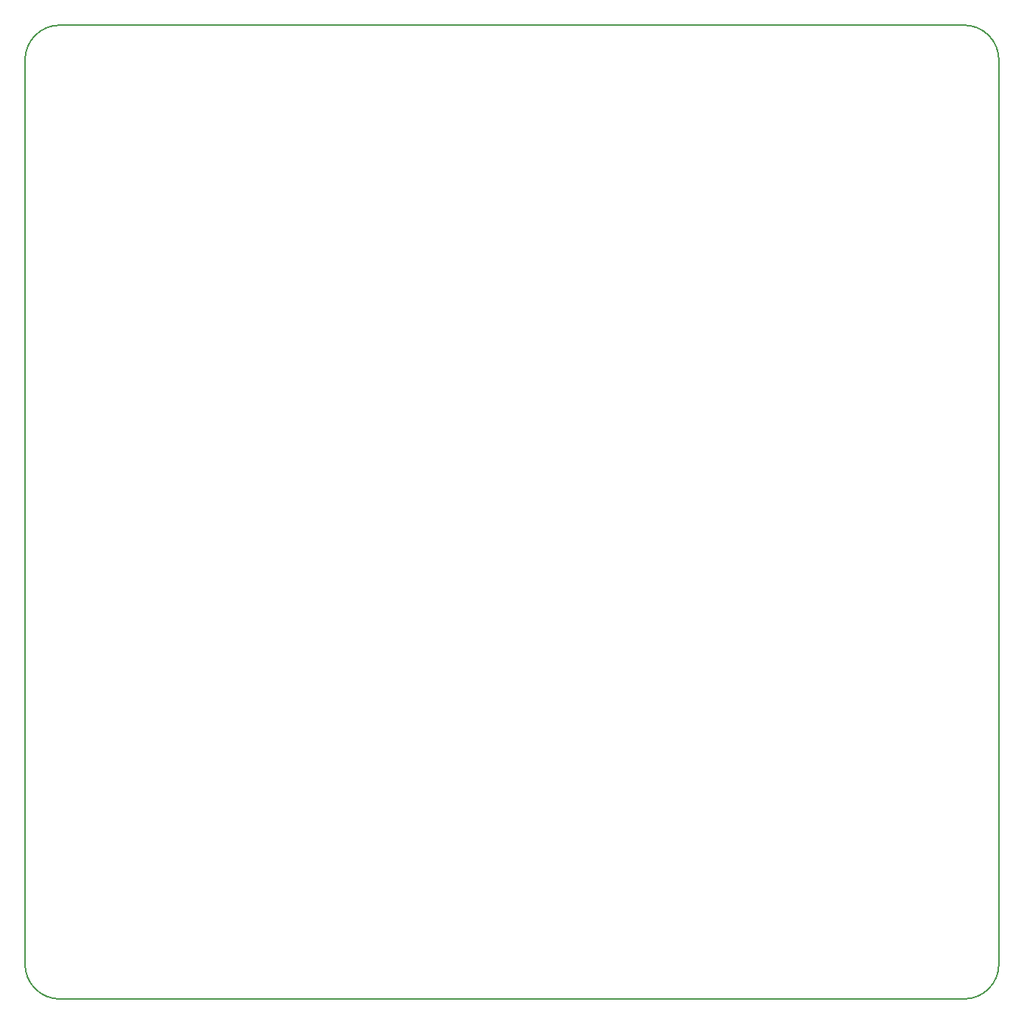
<source format=gbr>
G04 #@! TF.FileFunction,Profile,NP*
%FSLAX46Y46*%
G04 Gerber Fmt 4.6, Leading zero omitted, Abs format (unit mm)*
G04 Created by KiCad (PCBNEW 4.0.6) date Tuesday, July 03, 2018 'PMt' 09:33:00 PM*
%MOMM*%
%LPD*%
G01*
G04 APERTURE LIST*
%ADD10C,0.100000*%
%ADD11C,0.150000*%
G04 APERTURE END LIST*
D10*
D11*
X199000000Y-155000000D02*
X199000000Y-51000000D01*
X91000000Y-159000000D02*
X195000000Y-159000000D01*
X87000000Y-51000000D02*
X87000000Y-155000000D01*
X195000000Y-47000000D02*
X91000000Y-47000000D01*
X199000000Y-51000000D02*
G75*
G03X195000000Y-47000000I-4000000J0D01*
G01*
X195000000Y-159000000D02*
G75*
G03X199000000Y-155000000I0J4000000D01*
G01*
X87000000Y-155000000D02*
G75*
G03X91000000Y-159000000I4000000J0D01*
G01*
X91000000Y-47000000D02*
G75*
G03X87000000Y-51000000I0J-4000000D01*
G01*
M02*

</source>
